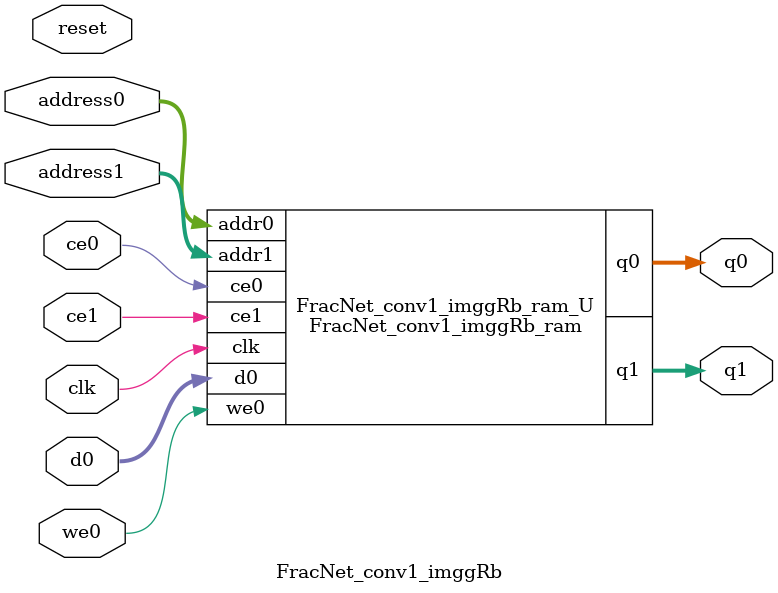
<source format=v>
`timescale 1 ns / 1 ps
module FracNet_conv1_imggRb_ram (addr0, ce0, d0, we0, q0, addr1, ce1, q1,  clk);

parameter DWIDTH = 16;
parameter AWIDTH = 7;
parameter MEM_SIZE = 81;

input[AWIDTH-1:0] addr0;
input ce0;
input[DWIDTH-1:0] d0;
input we0;
output wire[DWIDTH-1:0] q0;
input[AWIDTH-1:0] addr1;
input ce1;
output wire[DWIDTH-1:0] q1;
input clk;

(* ram_style = "block" *)reg [DWIDTH-1:0] ram[0:MEM_SIZE-1];
reg [DWIDTH-1:0] q0_t0;
reg [DWIDTH-1:0] q0_t1;
reg [DWIDTH-1:0] q1_t0;
reg [DWIDTH-1:0] q1_t1;


assign q0 = q0_t1;
assign q1 = q1_t1;

always @(posedge clk)  
begin
    if (ce0) 
    begin
        q0_t1 <= q0_t0;
    end
    if (ce1) 
    begin
        q1_t1 <= q1_t0;
    end
end


always @(posedge clk)  
begin 
    if (ce0) begin
        if (we0) 
            ram[addr0] <= d0; 
        q0_t0 <= ram[addr0];
    end
end


always @(posedge clk)  
begin 
    if (ce1) begin
        q1_t0 <= ram[addr1];
    end
end


endmodule

`timescale 1 ns / 1 ps
module FracNet_conv1_imggRb(
    reset,
    clk,
    address0,
    ce0,
    we0,
    d0,
    q0,
    address1,
    ce1,
    q1);

parameter DataWidth = 32'd16;
parameter AddressRange = 32'd81;
parameter AddressWidth = 32'd7;
input reset;
input clk;
input[AddressWidth - 1:0] address0;
input ce0;
input we0;
input[DataWidth - 1:0] d0;
output[DataWidth - 1:0] q0;
input[AddressWidth - 1:0] address1;
input ce1;
output[DataWidth - 1:0] q1;



FracNet_conv1_imggRb_ram FracNet_conv1_imggRb_ram_U(
    .clk( clk ),
    .addr0( address0 ),
    .ce0( ce0 ),
    .we0( we0 ),
    .d0( d0 ),
    .q0( q0 ),
    .addr1( address1 ),
    .ce1( ce1 ),
    .q1( q1 ));

endmodule


</source>
